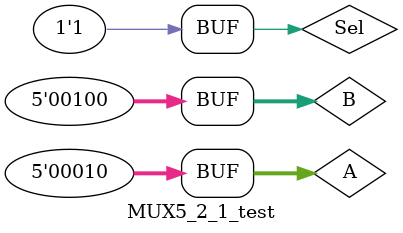
<source format=v>
`timescale 1ns / 1ps


module MUX5_2_1_test;

	// Inputs
	reg [4:0] A;
	reg [4:0] B;
	reg Sel;

	// Outputs
	wire [4:0] O;

	// Instantiate the Unit Under Test (UUT)
	MUX5_2_1 uut (
		.A(A), 
		.B(B), 
		.Sel(Sel), 
		.O(O)
	);

	initial begin
		// Initialize Inputs
		A = 2;
		B = 4;
		Sel = 0;//输出应为2
		// Wait 100 ns for global reset to finish
		#100;
		A = 2;
		B = 4;
		Sel = 1;//输出应为4
        
		// Add stimulus here

	end
      
endmodule


</source>
